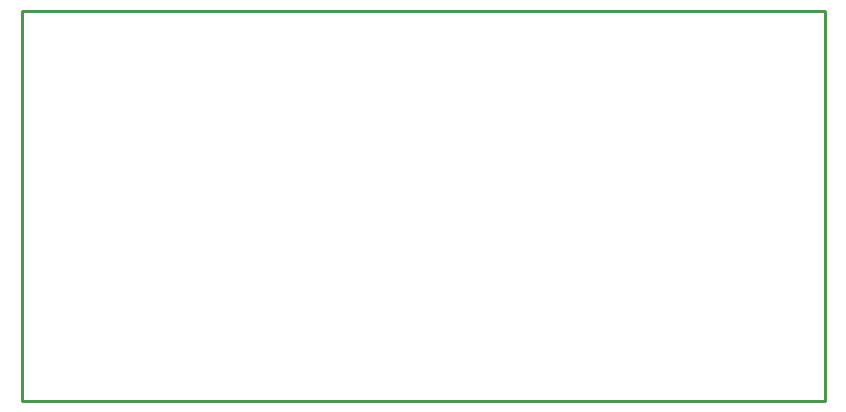
<source format=gbr>
G04 EAGLE Gerber RS-274X export*
G75*
%MOMM*%
%FSLAX34Y34*%
%LPD*%
%IN*%
%IPPOS*%
%AMOC8*
5,1,8,0,0,1.08239X$1,22.5*%
G01*
%ADD10C,0.254000*%


D10*
X0Y0D02*
X680000Y0D01*
X680000Y330000D01*
X0Y330000D01*
X0Y0D01*
M02*

</source>
